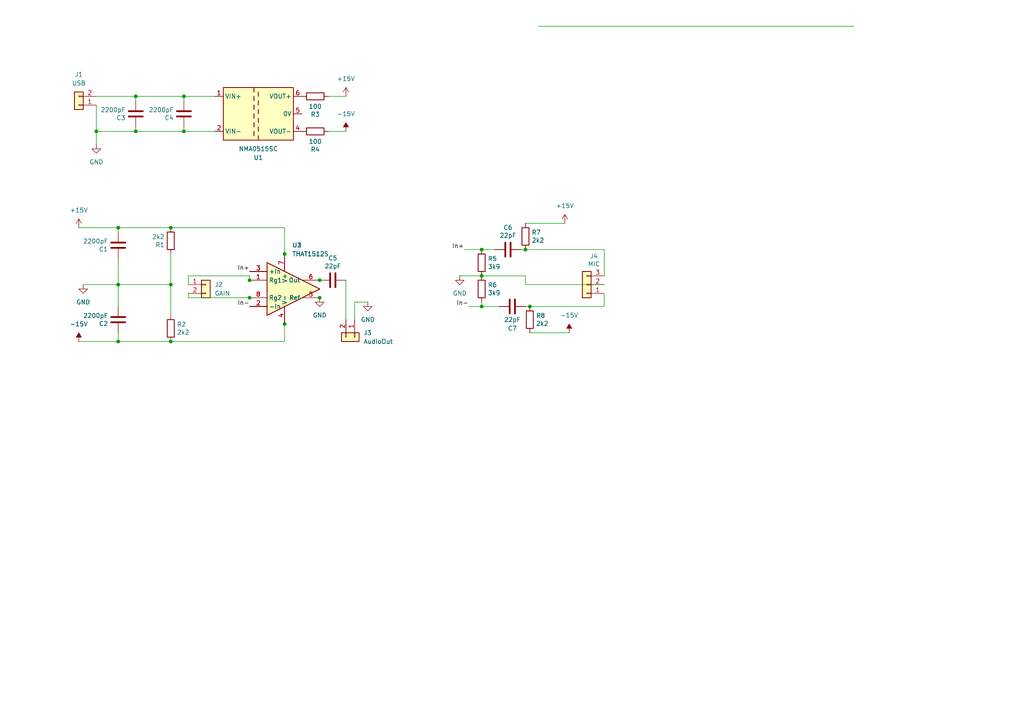
<source format=kicad_sch>
(kicad_sch
	(version 20231120)
	(generator "eeschema")
	(generator_version "8.0")
	(uuid "53d5b1ed-dfaf-408c-a23f-d83fcbaf260b")
	(paper "A4")
	(title_block
		(title "DiyPerks - Mic Amp")
		(rev "1")
	)
	(lib_symbols
		(symbol "Amplifier_Audio:THAT151xx08"
			(exclude_from_sim no)
			(in_bom yes)
			(on_board yes)
			(property "Reference" "U"
				(at 0 0 0)
				(effects
					(font
						(size 1.27 1.27)
					)
				)
			)
			(property "Value" "THAT151xx08"
				(at 0 0 0)
				(effects
					(font
						(size 1.27 1.27)
					)
				)
			)
			(property "Footprint" ""
				(at 0 0 0)
				(effects
					(font
						(size 1.27 1.27)
					)
					(hide yes)
				)
			)
			(property "Datasheet" "https://www.thatcorp.com/datashts/THAT_1510-1512_Datasheet.pdf"
				(at 1.27 0 0)
				(effects
					(font
						(size 1.27 1.27)
					)
					(hide yes)
				)
			)
			(property "Description" "Low-Noise, High Performance Audio Preamplifier IC"
				(at 0 0 0)
				(effects
					(font
						(size 1.27 1.27)
					)
					(hide yes)
				)
			)
			(property "ki_keywords" "Audio Preamplifier"
				(at 0 0 0)
				(effects
					(font
						(size 1.27 1.27)
					)
					(hide yes)
				)
			)
			(property "ki_fp_filters" "DIP*W7.62mm* SOIC*3.9x4.9mm*P1.27mm*"
				(at 0 0 0)
				(effects
					(font
						(size 1.27 1.27)
					)
					(hide yes)
				)
			)
			(symbol "THAT151xx08_0_1"
				(polyline
					(pts
						(xy -5.08 7.62) (xy -5.08 -7.62) (xy 10.16 0) (xy -5.08 7.62)
					)
					(stroke
						(width 0.254)
						(type default)
					)
					(fill
						(type background)
					)
				)
			)
			(symbol "THAT151xx08_1_1"
				(pin passive line
					(at -10.16 2.54 0)
					(length 5.08)
					(name "Rg1"
						(effects
							(font
								(size 1.27 1.27)
							)
						)
					)
					(number "1"
						(effects
							(font
								(size 1.27 1.27)
							)
						)
					)
				)
				(pin input line
					(at -10.16 -5.08 0)
					(length 5.08)
					(name "-In"
						(effects
							(font
								(size 1.27 1.27)
							)
						)
					)
					(number "2"
						(effects
							(font
								(size 1.27 1.27)
							)
						)
					)
				)
				(pin input line
					(at -10.16 5.08 0)
					(length 5.08)
					(name "+In"
						(effects
							(font
								(size 1.27 1.27)
							)
						)
					)
					(number "3"
						(effects
							(font
								(size 1.27 1.27)
							)
						)
					)
				)
				(pin power_in line
					(at 0 -10.16 90)
					(length 5.08)
					(name "V-"
						(effects
							(font
								(size 1.27 1.27)
							)
						)
					)
					(number "4"
						(effects
							(font
								(size 1.27 1.27)
							)
						)
					)
				)
				(pin output line
					(at 10.16 -2.54 180)
					(length 5.08)
					(name "Ref"
						(effects
							(font
								(size 1.27 1.27)
							)
						)
					)
					(number "5"
						(effects
							(font
								(size 1.27 1.27)
							)
						)
					)
				)
				(pin output line
					(at 10.16 2.54 180)
					(length 5.08)
					(name "Out"
						(effects
							(font
								(size 1.27 1.27)
							)
						)
					)
					(number "6"
						(effects
							(font
								(size 1.27 1.27)
							)
						)
					)
				)
				(pin power_in line
					(at 0 10.16 270)
					(length 5.08)
					(name "V+"
						(effects
							(font
								(size 1.27 1.27)
							)
						)
					)
					(number "7"
						(effects
							(font
								(size 1.27 1.27)
							)
						)
					)
				)
				(pin passive line
					(at -10.16 -2.54 0)
					(length 5.08)
					(name "Rg2"
						(effects
							(font
								(size 1.27 1.27)
							)
						)
					)
					(number "8"
						(effects
							(font
								(size 1.27 1.27)
							)
						)
					)
				)
			)
		)
		(symbol "Connector_Generic:Conn_01x02"
			(pin_names
				(offset 1.016) hide)
			(exclude_from_sim no)
			(in_bom yes)
			(on_board yes)
			(property "Reference" "J"
				(at 0 2.54 0)
				(effects
					(font
						(size 1.27 1.27)
					)
				)
			)
			(property "Value" "Conn_01x02"
				(at 0 -5.08 0)
				(effects
					(font
						(size 1.27 1.27)
					)
				)
			)
			(property "Footprint" ""
				(at 0 0 0)
				(effects
					(font
						(size 1.27 1.27)
					)
					(hide yes)
				)
			)
			(property "Datasheet" "~"
				(at 0 0 0)
				(effects
					(font
						(size 1.27 1.27)
					)
					(hide yes)
				)
			)
			(property "Description" "Generic connector, single row, 01x02, script generated (kicad-library-utils/schlib/autogen/connector/)"
				(at 0 0 0)
				(effects
					(font
						(size 1.27 1.27)
					)
					(hide yes)
				)
			)
			(property "ki_keywords" "connector"
				(at 0 0 0)
				(effects
					(font
						(size 1.27 1.27)
					)
					(hide yes)
				)
			)
			(property "ki_fp_filters" "Connector*:*_1x??_*"
				(at 0 0 0)
				(effects
					(font
						(size 1.27 1.27)
					)
					(hide yes)
				)
			)
			(symbol "Conn_01x02_1_1"
				(rectangle
					(start -1.27 -2.413)
					(end 0 -2.667)
					(stroke
						(width 0.1524)
						(type default)
					)
					(fill
						(type none)
					)
				)
				(rectangle
					(start -1.27 0.127)
					(end 0 -0.127)
					(stroke
						(width 0.1524)
						(type default)
					)
					(fill
						(type none)
					)
				)
				(rectangle
					(start -1.27 1.27)
					(end 1.27 -3.81)
					(stroke
						(width 0.254)
						(type default)
					)
					(fill
						(type background)
					)
				)
				(pin passive line
					(at -5.08 0 0)
					(length 3.81)
					(name "Pin_1"
						(effects
							(font
								(size 1.27 1.27)
							)
						)
					)
					(number "1"
						(effects
							(font
								(size 1.27 1.27)
							)
						)
					)
				)
				(pin passive line
					(at -5.08 -2.54 0)
					(length 3.81)
					(name "Pin_2"
						(effects
							(font
								(size 1.27 1.27)
							)
						)
					)
					(number "2"
						(effects
							(font
								(size 1.27 1.27)
							)
						)
					)
				)
			)
		)
		(symbol "Connector_Generic:Conn_01x03"
			(pin_names
				(offset 1.016) hide)
			(exclude_from_sim no)
			(in_bom yes)
			(on_board yes)
			(property "Reference" "J"
				(at 0 5.08 0)
				(effects
					(font
						(size 1.27 1.27)
					)
				)
			)
			(property "Value" "Conn_01x03"
				(at 0 -5.08 0)
				(effects
					(font
						(size 1.27 1.27)
					)
				)
			)
			(property "Footprint" ""
				(at 0 0 0)
				(effects
					(font
						(size 1.27 1.27)
					)
					(hide yes)
				)
			)
			(property "Datasheet" "~"
				(at 0 0 0)
				(effects
					(font
						(size 1.27 1.27)
					)
					(hide yes)
				)
			)
			(property "Description" "Generic connector, single row, 01x03, script generated (kicad-library-utils/schlib/autogen/connector/)"
				(at 0 0 0)
				(effects
					(font
						(size 1.27 1.27)
					)
					(hide yes)
				)
			)
			(property "ki_keywords" "connector"
				(at 0 0 0)
				(effects
					(font
						(size 1.27 1.27)
					)
					(hide yes)
				)
			)
			(property "ki_fp_filters" "Connector*:*_1x??_*"
				(at 0 0 0)
				(effects
					(font
						(size 1.27 1.27)
					)
					(hide yes)
				)
			)
			(symbol "Conn_01x03_1_1"
				(rectangle
					(start -1.27 -2.413)
					(end 0 -2.667)
					(stroke
						(width 0.1524)
						(type default)
					)
					(fill
						(type none)
					)
				)
				(rectangle
					(start -1.27 0.127)
					(end 0 -0.127)
					(stroke
						(width 0.1524)
						(type default)
					)
					(fill
						(type none)
					)
				)
				(rectangle
					(start -1.27 2.667)
					(end 0 2.413)
					(stroke
						(width 0.1524)
						(type default)
					)
					(fill
						(type none)
					)
				)
				(rectangle
					(start -1.27 3.81)
					(end 1.27 -3.81)
					(stroke
						(width 0.254)
						(type default)
					)
					(fill
						(type background)
					)
				)
				(pin passive line
					(at -5.08 2.54 0)
					(length 3.81)
					(name "Pin_1"
						(effects
							(font
								(size 1.27 1.27)
							)
						)
					)
					(number "1"
						(effects
							(font
								(size 1.27 1.27)
							)
						)
					)
				)
				(pin passive line
					(at -5.08 0 0)
					(length 3.81)
					(name "Pin_2"
						(effects
							(font
								(size 1.27 1.27)
							)
						)
					)
					(number "2"
						(effects
							(font
								(size 1.27 1.27)
							)
						)
					)
				)
				(pin passive line
					(at -5.08 -2.54 0)
					(length 3.81)
					(name "Pin_3"
						(effects
							(font
								(size 1.27 1.27)
							)
						)
					)
					(number "3"
						(effects
							(font
								(size 1.27 1.27)
							)
						)
					)
				)
			)
		)
		(symbol "Device:C"
			(pin_numbers hide)
			(pin_names
				(offset 0.254)
			)
			(exclude_from_sim no)
			(in_bom yes)
			(on_board yes)
			(property "Reference" "C"
				(at 0.635 2.54 0)
				(effects
					(font
						(size 1.27 1.27)
					)
					(justify left)
				)
			)
			(property "Value" "C"
				(at 0.635 -2.54 0)
				(effects
					(font
						(size 1.27 1.27)
					)
					(justify left)
				)
			)
			(property "Footprint" ""
				(at 0.9652 -3.81 0)
				(effects
					(font
						(size 1.27 1.27)
					)
					(hide yes)
				)
			)
			(property "Datasheet" "~"
				(at 0 0 0)
				(effects
					(font
						(size 1.27 1.27)
					)
					(hide yes)
				)
			)
			(property "Description" "Unpolarized capacitor"
				(at 0 0 0)
				(effects
					(font
						(size 1.27 1.27)
					)
					(hide yes)
				)
			)
			(property "ki_keywords" "cap capacitor"
				(at 0 0 0)
				(effects
					(font
						(size 1.27 1.27)
					)
					(hide yes)
				)
			)
			(property "ki_fp_filters" "C_*"
				(at 0 0 0)
				(effects
					(font
						(size 1.27 1.27)
					)
					(hide yes)
				)
			)
			(symbol "C_0_1"
				(polyline
					(pts
						(xy -2.032 -0.762) (xy 2.032 -0.762)
					)
					(stroke
						(width 0.508)
						(type default)
					)
					(fill
						(type none)
					)
				)
				(polyline
					(pts
						(xy -2.032 0.762) (xy 2.032 0.762)
					)
					(stroke
						(width 0.508)
						(type default)
					)
					(fill
						(type none)
					)
				)
			)
			(symbol "C_1_1"
				(pin passive line
					(at 0 3.81 270)
					(length 2.794)
					(name "~"
						(effects
							(font
								(size 1.27 1.27)
							)
						)
					)
					(number "1"
						(effects
							(font
								(size 1.27 1.27)
							)
						)
					)
				)
				(pin passive line
					(at 0 -3.81 90)
					(length 2.794)
					(name "~"
						(effects
							(font
								(size 1.27 1.27)
							)
						)
					)
					(number "2"
						(effects
							(font
								(size 1.27 1.27)
							)
						)
					)
				)
			)
		)
		(symbol "Device:R"
			(pin_numbers hide)
			(pin_names
				(offset 0)
			)
			(exclude_from_sim no)
			(in_bom yes)
			(on_board yes)
			(property "Reference" "R"
				(at 2.032 0 90)
				(effects
					(font
						(size 1.27 1.27)
					)
				)
			)
			(property "Value" "R"
				(at 0 0 90)
				(effects
					(font
						(size 1.27 1.27)
					)
				)
			)
			(property "Footprint" ""
				(at -1.778 0 90)
				(effects
					(font
						(size 1.27 1.27)
					)
					(hide yes)
				)
			)
			(property "Datasheet" "~"
				(at 0 0 0)
				(effects
					(font
						(size 1.27 1.27)
					)
					(hide yes)
				)
			)
			(property "Description" "Resistor"
				(at 0 0 0)
				(effects
					(font
						(size 1.27 1.27)
					)
					(hide yes)
				)
			)
			(property "ki_keywords" "R res resistor"
				(at 0 0 0)
				(effects
					(font
						(size 1.27 1.27)
					)
					(hide yes)
				)
			)
			(property "ki_fp_filters" "R_*"
				(at 0 0 0)
				(effects
					(font
						(size 1.27 1.27)
					)
					(hide yes)
				)
			)
			(symbol "R_0_1"
				(rectangle
					(start -1.016 -2.54)
					(end 1.016 2.54)
					(stroke
						(width 0.254)
						(type default)
					)
					(fill
						(type none)
					)
				)
			)
			(symbol "R_1_1"
				(pin passive line
					(at 0 3.81 270)
					(length 1.27)
					(name "~"
						(effects
							(font
								(size 1.27 1.27)
							)
						)
					)
					(number "1"
						(effects
							(font
								(size 1.27 1.27)
							)
						)
					)
				)
				(pin passive line
					(at 0 -3.81 90)
					(length 1.27)
					(name "~"
						(effects
							(font
								(size 1.27 1.27)
							)
						)
					)
					(number "2"
						(effects
							(font
								(size 1.27 1.27)
							)
						)
					)
				)
			)
		)
		(symbol "Regulator_Switching:NMA0515SC"
			(exclude_from_sim no)
			(in_bom yes)
			(on_board yes)
			(property "Reference" "U"
				(at -10.16 8.89 0)
				(effects
					(font
						(size 1.27 1.27)
					)
					(justify left)
				)
			)
			(property "Value" "NMA0515SC"
				(at 0 8.89 0)
				(effects
					(font
						(size 1.27 1.27)
					)
					(justify left)
				)
			)
			(property "Footprint" "Converter_DCDC:Converter_DCDC_Murata_NMAxxxxSC_THT"
				(at 0 -8.89 0)
				(effects
					(font
						(size 1.27 1.27)
						(italic yes)
					)
					(hide yes)
				)
			)
			(property "Datasheet" "http://power.murata.com/data/power/ncl/kdc_nma.pdf"
				(at 0 0 0)
				(effects
					(font
						(size 1.27 1.27)
					)
					(hide yes)
				)
			)
			(property "Description" "+/-33mA Isolated 1W Dual output DC/DC Converter Module, 5V Input Voltage, +/-15V Output Voltage, SIP3"
				(at 0 0 0)
				(effects
					(font
						(size 1.27 1.27)
					)
					(hide yes)
				)
			)
			(property "ki_keywords" "Murata isolated isolation dc-dc converter"
				(at 0 0 0)
				(effects
					(font
						(size 1.27 1.27)
					)
					(hide yes)
				)
			)
			(property "ki_fp_filters" "Converter*DCDC*Murata*NMAxxxxSC*"
				(at 0 0 0)
				(effects
					(font
						(size 1.27 1.27)
					)
					(hide yes)
				)
			)
			(symbol "NMA0515SC_0_1"
				(rectangle
					(start -10.16 7.62)
					(end 10.16 -7.62)
					(stroke
						(width 0.254)
						(type default)
					)
					(fill
						(type background)
					)
				)
				(polyline
					(pts
						(xy -1.27 -5.08) (xy -1.27 -6.35)
					)
					(stroke
						(width 0.254)
						(type default)
					)
					(fill
						(type none)
					)
				)
				(polyline
					(pts
						(xy -1.27 -2.54) (xy -1.27 -3.81)
					)
					(stroke
						(width 0.254)
						(type default)
					)
					(fill
						(type none)
					)
				)
				(polyline
					(pts
						(xy -1.27 0) (xy -1.27 -1.27)
					)
					(stroke
						(width 0.254)
						(type default)
					)
					(fill
						(type none)
					)
				)
				(polyline
					(pts
						(xy -1.27 2.54) (xy -1.27 1.27)
					)
					(stroke
						(width 0.254)
						(type default)
					)
					(fill
						(type none)
					)
				)
				(polyline
					(pts
						(xy -1.27 5.08) (xy -1.27 3.81)
					)
					(stroke
						(width 0.254)
						(type default)
					)
					(fill
						(type none)
					)
				)
				(polyline
					(pts
						(xy -1.27 7.62) (xy -1.27 6.35)
					)
					(stroke
						(width 0.254)
						(type default)
					)
					(fill
						(type none)
					)
				)
				(polyline
					(pts
						(xy 0 -7.62) (xy 0 -6.35)
					)
					(stroke
						(width 0.254)
						(type default)
					)
					(fill
						(type none)
					)
				)
				(polyline
					(pts
						(xy 0 -5.08) (xy 0 -3.81)
					)
					(stroke
						(width 0.254)
						(type default)
					)
					(fill
						(type none)
					)
				)
				(polyline
					(pts
						(xy 0 -1.27) (xy 0 -2.54)
					)
					(stroke
						(width 0.254)
						(type default)
					)
					(fill
						(type none)
					)
				)
				(polyline
					(pts
						(xy 0 0) (xy 0 1.27)
					)
					(stroke
						(width 0.254)
						(type default)
					)
					(fill
						(type none)
					)
				)
				(polyline
					(pts
						(xy 0 2.54) (xy 0 3.81)
					)
					(stroke
						(width 0.254)
						(type default)
					)
					(fill
						(type none)
					)
				)
				(polyline
					(pts
						(xy 0 5.08) (xy 0 6.35)
					)
					(stroke
						(width 0.254)
						(type default)
					)
					(fill
						(type none)
					)
				)
			)
			(symbol "NMA0515SC_1_1"
				(pin power_in line
					(at -12.7 5.08 0)
					(length 2.54)
					(name "VIN+"
						(effects
							(font
								(size 1.27 1.27)
							)
						)
					)
					(number "1"
						(effects
							(font
								(size 1.27 1.27)
							)
						)
					)
				)
				(pin power_in line
					(at -12.7 -5.08 0)
					(length 2.54)
					(name "VIN-"
						(effects
							(font
								(size 1.27 1.27)
							)
						)
					)
					(number "2"
						(effects
							(font
								(size 1.27 1.27)
							)
						)
					)
				)
				(pin power_out line
					(at 12.7 -5.08 180)
					(length 2.54)
					(name "VOUT-"
						(effects
							(font
								(size 1.27 1.27)
							)
						)
					)
					(number "4"
						(effects
							(font
								(size 1.27 1.27)
							)
						)
					)
				)
				(pin power_out line
					(at 12.7 0 180)
					(length 2.54)
					(name "0V"
						(effects
							(font
								(size 1.27 1.27)
							)
						)
					)
					(number "5"
						(effects
							(font
								(size 1.27 1.27)
							)
						)
					)
				)
				(pin power_out line
					(at 12.7 5.08 180)
					(length 2.54)
					(name "VOUT+"
						(effects
							(font
								(size 1.27 1.27)
							)
						)
					)
					(number "6"
						(effects
							(font
								(size 1.27 1.27)
							)
						)
					)
				)
			)
		)
		(symbol "power:+15V"
			(power)
			(pin_numbers hide)
			(pin_names
				(offset 0) hide)
			(exclude_from_sim no)
			(in_bom yes)
			(on_board yes)
			(property "Reference" "#PWR"
				(at 0 -3.81 0)
				(effects
					(font
						(size 1.27 1.27)
					)
					(hide yes)
				)
			)
			(property "Value" "+15V"
				(at 0 3.556 0)
				(effects
					(font
						(size 1.27 1.27)
					)
				)
			)
			(property "Footprint" ""
				(at 0 0 0)
				(effects
					(font
						(size 1.27 1.27)
					)
					(hide yes)
				)
			)
			(property "Datasheet" ""
				(at 0 0 0)
				(effects
					(font
						(size 1.27 1.27)
					)
					(hide yes)
				)
			)
			(property "Description" "Power symbol creates a global label with name \"+15V\""
				(at 0 0 0)
				(effects
					(font
						(size 1.27 1.27)
					)
					(hide yes)
				)
			)
			(property "ki_keywords" "global power"
				(at 0 0 0)
				(effects
					(font
						(size 1.27 1.27)
					)
					(hide yes)
				)
			)
			(symbol "+15V_0_1"
				(polyline
					(pts
						(xy -0.762 1.27) (xy 0 2.54)
					)
					(stroke
						(width 0)
						(type default)
					)
					(fill
						(type none)
					)
				)
				(polyline
					(pts
						(xy 0 0) (xy 0 2.54)
					)
					(stroke
						(width 0)
						(type default)
					)
					(fill
						(type none)
					)
				)
				(polyline
					(pts
						(xy 0 2.54) (xy 0.762 1.27)
					)
					(stroke
						(width 0)
						(type default)
					)
					(fill
						(type none)
					)
				)
			)
			(symbol "+15V_1_1"
				(pin power_in line
					(at 0 0 90)
					(length 0)
					(name "~"
						(effects
							(font
								(size 1.27 1.27)
							)
						)
					)
					(number "1"
						(effects
							(font
								(size 1.27 1.27)
							)
						)
					)
				)
			)
		)
		(symbol "power:-15V"
			(power)
			(pin_numbers hide)
			(pin_names
				(offset 0) hide)
			(exclude_from_sim no)
			(in_bom yes)
			(on_board yes)
			(property "Reference" "#PWR"
				(at 0 -3.81 0)
				(effects
					(font
						(size 1.27 1.27)
					)
					(hide yes)
				)
			)
			(property "Value" "-15V"
				(at 0 3.556 0)
				(effects
					(font
						(size 1.27 1.27)
					)
				)
			)
			(property "Footprint" ""
				(at 0 0 0)
				(effects
					(font
						(size 1.27 1.27)
					)
					(hide yes)
				)
			)
			(property "Datasheet" ""
				(at 0 0 0)
				(effects
					(font
						(size 1.27 1.27)
					)
					(hide yes)
				)
			)
			(property "Description" "Power symbol creates a global label with name \"-15V\""
				(at 0 0 0)
				(effects
					(font
						(size 1.27 1.27)
					)
					(hide yes)
				)
			)
			(property "ki_keywords" "global power"
				(at 0 0 0)
				(effects
					(font
						(size 1.27 1.27)
					)
					(hide yes)
				)
			)
			(symbol "-15V_0_0"
				(pin power_in line
					(at 0 0 90)
					(length 0)
					(name "~"
						(effects
							(font
								(size 1.27 1.27)
							)
						)
					)
					(number "1"
						(effects
							(font
								(size 1.27 1.27)
							)
						)
					)
				)
			)
			(symbol "-15V_0_1"
				(polyline
					(pts
						(xy 0 0) (xy 0 1.27) (xy 0.762 1.27) (xy 0 2.54) (xy -0.762 1.27) (xy 0 1.27)
					)
					(stroke
						(width 0)
						(type default)
					)
					(fill
						(type outline)
					)
				)
			)
		)
		(symbol "power:GND"
			(power)
			(pin_numbers hide)
			(pin_names
				(offset 0) hide)
			(exclude_from_sim no)
			(in_bom yes)
			(on_board yes)
			(property "Reference" "#PWR"
				(at 0 -6.35 0)
				(effects
					(font
						(size 1.27 1.27)
					)
					(hide yes)
				)
			)
			(property "Value" "GND"
				(at 0 -3.81 0)
				(effects
					(font
						(size 1.27 1.27)
					)
				)
			)
			(property "Footprint" ""
				(at 0 0 0)
				(effects
					(font
						(size 1.27 1.27)
					)
					(hide yes)
				)
			)
			(property "Datasheet" ""
				(at 0 0 0)
				(effects
					(font
						(size 1.27 1.27)
					)
					(hide yes)
				)
			)
			(property "Description" "Power symbol creates a global label with name \"GND\" , ground"
				(at 0 0 0)
				(effects
					(font
						(size 1.27 1.27)
					)
					(hide yes)
				)
			)
			(property "ki_keywords" "global power"
				(at 0 0 0)
				(effects
					(font
						(size 1.27 1.27)
					)
					(hide yes)
				)
			)
			(symbol "GND_0_1"
				(polyline
					(pts
						(xy 0 0) (xy 0 -1.27) (xy 1.27 -1.27) (xy 0 -2.54) (xy -1.27 -1.27) (xy 0 -1.27)
					)
					(stroke
						(width 0)
						(type default)
					)
					(fill
						(type none)
					)
				)
			)
			(symbol "GND_1_1"
				(pin power_in line
					(at 0 0 270)
					(length 0)
					(name "~"
						(effects
							(font
								(size 1.27 1.27)
							)
						)
					)
					(number "1"
						(effects
							(font
								(size 1.27 1.27)
							)
						)
					)
				)
			)
		)
	)
	(junction
		(at 39.37 27.94)
		(diameter 0)
		(color 0 0 0 0)
		(uuid "16541411-d2bc-46db-b19c-3e8fbb4aa4d5")
	)
	(junction
		(at 53.34 38.1)
		(diameter 0)
		(color 0 0 0 0)
		(uuid "1702b4de-eb06-42f7-8a35-2e6cbf23abf4")
	)
	(junction
		(at 34.29 82.55)
		(diameter 0)
		(color 0 0 0 0)
		(uuid "27fd2ac5-40de-423e-8d22-4754d7a402d1")
	)
	(junction
		(at 72.39 86.36)
		(diameter 0)
		(color 0 0 0 0)
		(uuid "42aaf093-a136-4248-bd69-346da1fa9029")
	)
	(junction
		(at 39.37 38.1)
		(diameter 0)
		(color 0 0 0 0)
		(uuid "5e0a8142-1ddb-402e-913e-b58dc02b573f")
	)
	(junction
		(at 82.55 93.98)
		(diameter 0)
		(color 0 0 0 0)
		(uuid "6578a0ba-c0c4-43d8-b4a0-765c79326456")
	)
	(junction
		(at 152.4 72.39)
		(diameter 0)
		(color 0 0 0 0)
		(uuid "6eec5047-4f89-4ac0-87d0-41e96679f048")
	)
	(junction
		(at 92.71 86.36)
		(diameter 0)
		(color 0 0 0 0)
		(uuid "79ae8a67-d62f-4fc3-b417-d7ee34e84a49")
	)
	(junction
		(at 27.94 38.1)
		(diameter 0)
		(color 0 0 0 0)
		(uuid "7d455e32-6a51-4c3a-96ea-8f9c9027cc14")
	)
	(junction
		(at 139.7 88.9)
		(diameter 0)
		(color 0 0 0 0)
		(uuid "8156a021-6009-4d97-8695-3cfc3699561b")
	)
	(junction
		(at 72.39 81.28)
		(diameter 0)
		(color 0 0 0 0)
		(uuid "82badce3-1ddd-4c9e-ba83-eefea3536f7f")
	)
	(junction
		(at 153.67 88.9)
		(diameter 0)
		(color 0 0 0 0)
		(uuid "8be300fe-0dc9-45e9-9982-a9d29e3c6a13")
	)
	(junction
		(at 82.55 73.66)
		(diameter 0)
		(color 0 0 0 0)
		(uuid "925fa81a-02b9-4d08-8664-667797eb770d")
	)
	(junction
		(at 53.34 27.94)
		(diameter 0)
		(color 0 0 0 0)
		(uuid "99d9149f-a79d-4572-8ee4-b18d5d68354f")
	)
	(junction
		(at 139.7 80.01)
		(diameter 0)
		(color 0 0 0 0)
		(uuid "a1d5acec-01ac-4355-9993-a070cd50bbee")
	)
	(junction
		(at 139.7 72.39)
		(diameter 0)
		(color 0 0 0 0)
		(uuid "a7f11ba4-fa00-4838-8a7c-9177e4c94ec2")
	)
	(junction
		(at 49.53 82.55)
		(diameter 0)
		(color 0 0 0 0)
		(uuid "b03dbcc5-53e0-45dd-9357-47c8574e8753")
	)
	(junction
		(at 34.29 99.06)
		(diameter 0)
		(color 0 0 0 0)
		(uuid "b3bb5a0b-e4da-4ba9-b737-72636e0b542d")
	)
	(junction
		(at 92.71 81.28)
		(diameter 0)
		(color 0 0 0 0)
		(uuid "b890f063-b181-4b72-a1dc-a6a69bf54eef")
	)
	(junction
		(at 49.53 66.04)
		(diameter 0)
		(color 0 0 0 0)
		(uuid "bdb4fd61-4dce-405f-b9dd-4ab29a2a81a7")
	)
	(junction
		(at 49.53 99.06)
		(diameter 0)
		(color 0 0 0 0)
		(uuid "d53723c7-c821-47d2-9e69-0858df57bed8")
	)
	(junction
		(at 34.29 66.04)
		(diameter 0)
		(color 0 0 0 0)
		(uuid "ece2b0c5-3a1a-4fa3-a3bc-2808f3f308d4")
	)
	(wire
		(pts
			(xy 82.55 99.06) (xy 49.53 99.06)
		)
		(stroke
			(width 0)
			(type default)
		)
		(uuid "02d1971c-3d68-4a78-b528-a546c4d2fca8")
	)
	(wire
		(pts
			(xy 27.94 41.91) (xy 27.94 38.1)
		)
		(stroke
			(width 0)
			(type default)
		)
		(uuid "06de2488-7e67-4bfa-9501-4587c2a1cbcd")
	)
	(wire
		(pts
			(xy 53.34 29.21) (xy 53.34 27.94)
		)
		(stroke
			(width 0)
			(type default)
		)
		(uuid "0b6f6fef-c043-4255-9c7a-0bc5d6d5030c")
	)
	(wire
		(pts
			(xy 175.26 82.55) (xy 152.4 82.55)
		)
		(stroke
			(width 0)
			(type default)
		)
		(uuid "0d618e86-0fa4-493d-8e1f-9a4210d6741a")
	)
	(wire
		(pts
			(xy 175.26 72.39) (xy 152.4 72.39)
		)
		(stroke
			(width 0)
			(type default)
		)
		(uuid "1393c972-a15b-462e-96f0-f7d4aa5763ec")
	)
	(wire
		(pts
			(xy 54.61 82.55) (xy 54.61 80.01)
		)
		(stroke
			(width 0)
			(type default)
		)
		(uuid "16d86726-090d-49d9-afc8-d9821a0faa1d")
	)
	(wire
		(pts
			(xy 53.34 38.1) (xy 62.23 38.1)
		)
		(stroke
			(width 0)
			(type default)
		)
		(uuid "171c3855-945b-4944-b897-fb52cb9e7fed")
	)
	(wire
		(pts
			(xy 34.29 82.55) (xy 34.29 88.9)
		)
		(stroke
			(width 0)
			(type default)
		)
		(uuid "29dea3a3-6553-4b97-83d8-a1676af717d1")
	)
	(wire
		(pts
			(xy 95.25 38.1) (xy 100.33 38.1)
		)
		(stroke
			(width 0)
			(type default)
		)
		(uuid "2fccb14d-0c5a-4488-b2fb-f98b5573387d")
	)
	(wire
		(pts
			(xy 34.29 96.52) (xy 34.29 99.06)
		)
		(stroke
			(width 0)
			(type default)
		)
		(uuid "30e005c5-780b-4549-8ac9-8e35f198322d")
	)
	(wire
		(pts
			(xy 152.4 82.55) (xy 152.4 80.01)
		)
		(stroke
			(width 0)
			(type default)
		)
		(uuid "310d1bb8-1af8-4739-9726-58d9c6f99883")
	)
	(wire
		(pts
			(xy 27.94 30.48) (xy 27.94 38.1)
		)
		(stroke
			(width 0)
			(type default)
		)
		(uuid "32a07fa1-a6f7-4644-be4e-b4af9be35ad6")
	)
	(wire
		(pts
			(xy 82.55 73.66) (xy 82.55 66.04)
		)
		(stroke
			(width 0)
			(type default)
		)
		(uuid "379c5631-c42d-4aae-b499-33e6ea146914")
	)
	(wire
		(pts
			(xy 100.33 92.71) (xy 100.33 81.28)
		)
		(stroke
			(width 0)
			(type default)
		)
		(uuid "4016033a-2f8b-469b-80bf-a63508290739")
	)
	(wire
		(pts
			(xy 34.29 99.06) (xy 49.53 99.06)
		)
		(stroke
			(width 0)
			(type default)
		)
		(uuid "468f6279-5b9e-42be-88f6-1aa789b5c298")
	)
	(wire
		(pts
			(xy 152.4 64.77) (xy 163.83 64.77)
		)
		(stroke
			(width 0)
			(type default)
		)
		(uuid "4bdd77ef-e975-484b-ba91-f283b086fef2")
	)
	(wire
		(pts
			(xy 53.34 36.83) (xy 53.34 38.1)
		)
		(stroke
			(width 0)
			(type default)
		)
		(uuid "50c9b029-e796-423e-83da-c5acef54ef5b")
	)
	(wire
		(pts
			(xy 175.26 80.01) (xy 175.26 72.39)
		)
		(stroke
			(width 0)
			(type default)
		)
		(uuid "51391edd-1d2e-4e28-b710-6fcda0741cc8")
	)
	(wire
		(pts
			(xy 49.53 91.44) (xy 49.53 82.55)
		)
		(stroke
			(width 0)
			(type default)
		)
		(uuid "5423bb76-6cde-4aa4-8253-26674f84e56c")
	)
	(wire
		(pts
			(xy 156.21 7.62) (xy 247.65 7.62)
		)
		(stroke
			(width 0)
			(type default)
		)
		(uuid "5aaec51c-bbe9-4eb1-80c7-f682991d8969")
	)
	(wire
		(pts
			(xy 62.23 27.94) (xy 53.34 27.94)
		)
		(stroke
			(width 0)
			(type default)
		)
		(uuid "61b28779-3ae3-4533-a99f-240e1ef5414a")
	)
	(wire
		(pts
			(xy 133.35 80.01) (xy 139.7 80.01)
		)
		(stroke
			(width 0)
			(type default)
		)
		(uuid "65c80915-517a-4014-abd9-b598d8794586")
	)
	(wire
		(pts
			(xy 153.67 88.9) (xy 175.26 88.9)
		)
		(stroke
			(width 0)
			(type default)
		)
		(uuid "6ae63409-7856-49a8-b3f0-28134a5c9b5f")
	)
	(wire
		(pts
			(xy 82.55 66.04) (xy 49.53 66.04)
		)
		(stroke
			(width 0)
			(type default)
		)
		(uuid "6e25803a-6ce4-4dd2-bd11-ea422936fe89")
	)
	(wire
		(pts
			(xy 24.13 82.55) (xy 34.29 82.55)
		)
		(stroke
			(width 0)
			(type default)
		)
		(uuid "70147dba-b12d-4ebc-b32e-d7b8a5aa4889")
	)
	(wire
		(pts
			(xy 27.94 38.1) (xy 39.37 38.1)
		)
		(stroke
			(width 0)
			(type default)
		)
		(uuid "732e0412-8cd5-48af-8cba-ae66d89ebcd9")
	)
	(wire
		(pts
			(xy 82.55 93.98) (xy 82.55 99.06)
		)
		(stroke
			(width 0)
			(type default)
		)
		(uuid "73f98bfd-23d2-4429-80a0-0c7265d1c292")
	)
	(wire
		(pts
			(xy 139.7 87.63) (xy 139.7 88.9)
		)
		(stroke
			(width 0)
			(type default)
		)
		(uuid "7813ab90-d35a-4da9-abe7-648604171103")
	)
	(wire
		(pts
			(xy 22.86 99.06) (xy 34.29 99.06)
		)
		(stroke
			(width 0)
			(type default)
		)
		(uuid "78bb1ed5-27a8-456a-aa6b-32575ed12e95")
	)
	(wire
		(pts
			(xy 34.29 66.04) (xy 49.53 66.04)
		)
		(stroke
			(width 0)
			(type default)
		)
		(uuid "79b81727-4f6e-4f35-a38a-f32956eded70")
	)
	(wire
		(pts
			(xy 102.87 92.71) (xy 102.87 87.63)
		)
		(stroke
			(width 0)
			(type default)
		)
		(uuid "859cddfc-c9ee-4201-a362-c159c41faa52")
	)
	(wire
		(pts
			(xy 49.53 73.66) (xy 49.53 82.55)
		)
		(stroke
			(width 0)
			(type default)
		)
		(uuid "9593b38c-6c71-4114-8381-3805564fe964")
	)
	(wire
		(pts
			(xy 39.37 36.83) (xy 39.37 38.1)
		)
		(stroke
			(width 0)
			(type default)
		)
		(uuid "967b8452-b337-4728-9530-53f186f5b2c5")
	)
	(wire
		(pts
			(xy 22.86 66.04) (xy 34.29 66.04)
		)
		(stroke
			(width 0)
			(type default)
		)
		(uuid "96b678a8-e8b3-47b6-aceb-84232169572d")
	)
	(wire
		(pts
			(xy 152.4 80.01) (xy 139.7 80.01)
		)
		(stroke
			(width 0)
			(type default)
		)
		(uuid "9ae53c84-021e-40f1-a76d-1e87b189e14f")
	)
	(wire
		(pts
			(xy 72.39 86.36) (xy 54.61 86.36)
		)
		(stroke
			(width 0)
			(type default)
		)
		(uuid "a14f4e00-c568-4d3c-a215-832a75d688ed")
	)
	(wire
		(pts
			(xy 54.61 80.01) (xy 72.39 80.01)
		)
		(stroke
			(width 0)
			(type default)
		)
		(uuid "a6651600-7ca6-431d-94a0-4920c730270d")
	)
	(wire
		(pts
			(xy 34.29 74.93) (xy 34.29 82.55)
		)
		(stroke
			(width 0)
			(type default)
		)
		(uuid "a6987873-4161-474b-9625-e5527f7ce6f5")
	)
	(wire
		(pts
			(xy 152.4 88.9) (xy 153.67 88.9)
		)
		(stroke
			(width 0)
			(type default)
		)
		(uuid "af0e0d0e-fb1a-4a85-a00c-9b51da4e3d5d")
	)
	(wire
		(pts
			(xy 27.94 27.94) (xy 39.37 27.94)
		)
		(stroke
			(width 0)
			(type default)
		)
		(uuid "b4dbc5cc-baa1-4a5f-97ce-92b634fd9a6a")
	)
	(wire
		(pts
			(xy 53.34 27.94) (xy 39.37 27.94)
		)
		(stroke
			(width 0)
			(type default)
		)
		(uuid "b94721d1-74df-4446-8003-4701a51af42a")
	)
	(wire
		(pts
			(xy 152.4 72.39) (xy 151.13 72.39)
		)
		(stroke
			(width 0)
			(type default)
		)
		(uuid "bda28d52-8d4e-4fea-8005-ad5a4f04fa2e")
	)
	(wire
		(pts
			(xy 95.25 27.94) (xy 100.33 27.94)
		)
		(stroke
			(width 0)
			(type default)
		)
		(uuid "c6530de6-1298-4df5-8ea1-c8e2295f2bf7")
	)
	(wire
		(pts
			(xy 175.26 88.9) (xy 175.26 85.09)
		)
		(stroke
			(width 0)
			(type default)
		)
		(uuid "c75c6e26-1c86-4aa8-a31f-a548e409d8a5")
	)
	(wire
		(pts
			(xy 39.37 29.21) (xy 39.37 27.94)
		)
		(stroke
			(width 0)
			(type default)
		)
		(uuid "ce32afc6-6b9a-48e2-a902-1fd963dfe5ec")
	)
	(wire
		(pts
			(xy 54.61 86.36) (xy 54.61 85.09)
		)
		(stroke
			(width 0)
			(type default)
		)
		(uuid "d8da09fc-6808-48ae-9e0c-ae7906b464cc")
	)
	(wire
		(pts
			(xy 153.67 96.52) (xy 165.1 96.52)
		)
		(stroke
			(width 0)
			(type default)
		)
		(uuid "dd1c6285-633c-4119-9918-5ddee4e57a6d")
	)
	(wire
		(pts
			(xy 102.87 87.63) (xy 106.68 87.63)
		)
		(stroke
			(width 0)
			(type default)
		)
		(uuid "dda30384-79fa-4d5b-82a6-8cb959863c7b")
	)
	(wire
		(pts
			(xy 72.39 80.01) (xy 72.39 81.28)
		)
		(stroke
			(width 0)
			(type default)
		)
		(uuid "e19690b6-79b0-4736-943d-8a1e01d32d0a")
	)
	(wire
		(pts
			(xy 144.78 88.9) (xy 139.7 88.9)
		)
		(stroke
			(width 0)
			(type default)
		)
		(uuid "e5293644-6f0a-4c83-be84-cdf76823dfbd")
	)
	(wire
		(pts
			(xy 49.53 82.55) (xy 34.29 82.55)
		)
		(stroke
			(width 0)
			(type default)
		)
		(uuid "e7b32460-2198-4f18-800e-ea792d00361d")
	)
	(wire
		(pts
			(xy 34.29 67.31) (xy 34.29 66.04)
		)
		(stroke
			(width 0)
			(type default)
		)
		(uuid "ee05d9b8-1277-49ac-aea9-63cfe94c949a")
	)
	(wire
		(pts
			(xy 134.62 72.39) (xy 139.7 72.39)
		)
		(stroke
			(width 0)
			(type default)
		)
		(uuid "efb3d9a3-15f7-403c-bf1e-cc7528f46fd8")
	)
	(wire
		(pts
			(xy 39.37 38.1) (xy 53.34 38.1)
		)
		(stroke
			(width 0)
			(type default)
		)
		(uuid "f6cfeab3-5919-4cfc-b2da-d486b75e00d2")
	)
	(wire
		(pts
			(xy 135.89 88.9) (xy 139.7 88.9)
		)
		(stroke
			(width 0)
			(type default)
		)
		(uuid "f81828bf-39be-4948-9edb-c49141391ca7")
	)
	(wire
		(pts
			(xy 143.51 72.39) (xy 139.7 72.39)
		)
		(stroke
			(width 0)
			(type default)
		)
		(uuid "f8927e72-a01d-4f59-9ffa-1e10ebea2272")
	)
	(label "In+"
		(at 134.62 72.39 180)
		(fields_autoplaced yes)
		(effects
			(font
				(size 1.27 1.27)
			)
			(justify right bottom)
		)
		(uuid "009c5887-d276-4737-b8b9-b8eea68406fe")
	)
	(label "In+"
		(at 72.39 78.74 180)
		(fields_autoplaced yes)
		(effects
			(font
				(size 1.27 1.27)
			)
			(justify right bottom)
		)
		(uuid "4b3f4b80-439b-4abc-a7c2-d1dac613b44a")
	)
	(label "In-"
		(at 135.89 88.9 180)
		(fields_autoplaced yes)
		(effects
			(font
				(size 1.27 1.27)
			)
			(justify right bottom)
		)
		(uuid "6e66829f-50f0-4350-b759-004ca51dde70")
	)
	(label "In-"
		(at 72.39 88.9 180)
		(fields_autoplaced yes)
		(effects
			(font
				(size 1.27 1.27)
			)
			(justify right bottom)
		)
		(uuid "b1a802cd-8123-44a6-93ce-1ce3a93d9e7e")
	)
	(symbol
		(lib_id "power:GND")
		(at 24.13 82.55 0)
		(unit 1)
		(exclude_from_sim no)
		(in_bom yes)
		(on_board yes)
		(dnp no)
		(fields_autoplaced yes)
		(uuid "0661ee61-bfe6-4847-86bc-a1bccf8141ad")
		(property "Reference" "#PWR03"
			(at 24.13 88.9 0)
			(effects
				(font
					(size 1.27 1.27)
				)
				(hide yes)
			)
		)
		(property "Value" "GND"
			(at 24.13 87.63 0)
			(effects
				(font
					(size 1.27 1.27)
				)
			)
		)
		(property "Footprint" ""
			(at 24.13 82.55 0)
			(effects
				(font
					(size 1.27 1.27)
				)
				(hide yes)
			)
		)
		(property "Datasheet" ""
			(at 24.13 82.55 0)
			(effects
				(font
					(size 1.27 1.27)
				)
				(hide yes)
			)
		)
		(property "Description" "Power symbol creates a global label with name \"GND\" , ground"
			(at 24.13 82.55 0)
			(effects
				(font
					(size 1.27 1.27)
				)
				(hide yes)
			)
		)
		(pin "1"
			(uuid "a80fc005-1fcd-4fa7-b93a-86e629b9af1f")
		)
		(instances
			(project "DiyPerks_Mic_Unspoken"
				(path "/53d5b1ed-dfaf-408c-a23f-d83fcbaf260b"
					(reference "#PWR03")
					(unit 1)
				)
			)
		)
	)
	(symbol
		(lib_id "Device:C")
		(at 96.52 81.28 270)
		(unit 1)
		(exclude_from_sim no)
		(in_bom yes)
		(on_board yes)
		(dnp no)
		(uuid "06b1809c-a74a-4572-b3db-f7fd9a861685")
		(property "Reference" "C5"
			(at 96.52 74.8792 90)
			(effects
				(font
					(size 1.27 1.27)
				)
			)
		)
		(property "Value" "22pF"
			(at 96.52 77.1906 90)
			(effects
				(font
					(size 1.27 1.27)
				)
			)
		)
		(property "Footprint" "Capacitor_THT:CP_Radial_D7.5mm_P2.50mm"
			(at 92.71 82.2452 0)
			(effects
				(font
					(size 1.27 1.27)
				)
				(hide yes)
			)
		)
		(property "Datasheet" "~"
			(at 96.52 81.28 0)
			(effects
				(font
					(size 1.27 1.27)
				)
				(hide yes)
			)
		)
		(property "Description" ""
			(at 96.52 81.28 0)
			(effects
				(font
					(size 1.27 1.27)
				)
				(hide yes)
			)
		)
		(pin "1"
			(uuid "7ba3a815-2c75-4353-95e3-b83ef612eea7")
		)
		(pin "2"
			(uuid "125f5bf6-a6db-4db4-a265-02cf95fd6e38")
		)
		(instances
			(project "DiyPerks_Mic_Unspoken"
				(path "/53d5b1ed-dfaf-408c-a23f-d83fcbaf260b"
					(reference "C5")
					(unit 1)
				)
			)
		)
	)
	(symbol
		(lib_id "power:-15V")
		(at 22.86 99.06 0)
		(unit 1)
		(exclude_from_sim no)
		(in_bom yes)
		(on_board yes)
		(dnp no)
		(fields_autoplaced yes)
		(uuid "10ce2692-e611-434c-abad-8bf038e1f959")
		(property "Reference" "#PWR02"
			(at 22.86 102.87 0)
			(effects
				(font
					(size 1.27 1.27)
				)
				(hide yes)
			)
		)
		(property "Value" "-15V"
			(at 22.86 93.98 0)
			(effects
				(font
					(size 1.27 1.27)
				)
			)
		)
		(property "Footprint" ""
			(at 22.86 99.06 0)
			(effects
				(font
					(size 1.27 1.27)
				)
				(hide yes)
			)
		)
		(property "Datasheet" ""
			(at 22.86 99.06 0)
			(effects
				(font
					(size 1.27 1.27)
				)
				(hide yes)
			)
		)
		(property "Description" "Power symbol creates a global label with name \"-15V\""
			(at 22.86 99.06 0)
			(effects
				(font
					(size 1.27 1.27)
				)
				(hide yes)
			)
		)
		(pin "1"
			(uuid "a7b6e22e-36cc-4da7-94cf-fcbd371c792a")
		)
		(instances
			(project "DiyPerks_Mic_Unspoken"
				(path "/53d5b1ed-dfaf-408c-a23f-d83fcbaf260b"
					(reference "#PWR02")
					(unit 1)
				)
			)
		)
	)
	(symbol
		(lib_id "Amplifier_Audio:THAT151xx08")
		(at 82.55 83.82 0)
		(unit 1)
		(exclude_from_sim no)
		(in_bom yes)
		(on_board yes)
		(dnp no)
		(fields_autoplaced yes)
		(uuid "111c7773-688f-4767-8b41-7219e686173c")
		(property "Reference" "U2"
			(at 84.7441 71.12 0)
			(effects
				(font
					(size 1.27 1.27)
				)
				(justify left)
			)
		)
		(property "Value" "THAT1512S"
			(at 84.7441 73.66 0)
			(effects
				(font
					(size 1.27 1.27)
				)
				(justify left)
			)
		)
		(property "Footprint" "Package_DIP:DIP-8_W8.89mm_SMDSocket_LongPads"
			(at 82.55 83.82 0)
			(effects
				(font
					(size 1.27 1.27)
				)
				(hide yes)
			)
		)
		(property "Datasheet" "https://www.thatcorp.com/datashts/THAT_1510-1512_Datasheet.pdf"
			(at 83.82 83.82 0)
			(effects
				(font
					(size 1.27 1.27)
				)
				(hide yes)
			)
		)
		(property "Description" "Low-Noise, High Performance Audio Preamplifier IC"
			(at 82.55 83.82 0)
			(effects
				(font
					(size 1.27 1.27)
				)
				(hide yes)
			)
		)
		(pin "4"
			(uuid "68b8a50f-2592-4ede-a8f2-c30f6ef3c1f1")
		)
		(pin "6"
			(uuid "23bdc0e0-7b2b-427c-8136-927b4649911b")
		)
		(pin "3"
			(uuid "03e36c68-ea7e-4b7b-81a5-7dc42f6f8222")
		)
		(pin "5"
			(uuid "38cde810-174c-4f26-a584-30c629110a1c")
		)
		(pin "8"
			(uuid "28666746-b4b9-45c5-be8a-62c7e9602b08")
		)
		(pin "1"
			(uuid "e7be71ff-92b4-4ae4-ae1f-eb5b3fe17fdc")
		)
		(pin "2"
			(uuid "b7efc365-f47c-4a78-818e-81716a7c10ac")
		)
		(pin "7"
			(uuid "edd6b1ae-b826-4d0c-bcde-d8c5a2274714")
		)
		(instances
			(project "DiyPerks_Mic_Unspoken"
				(path "/53d5b1ed-dfaf-408c-a23f-d83fcbaf260b"
					(reference "U2")
					(unit 1)
				)
			)
		)
	)
	(symbol
		(lib_id "Amplifier_Audio:THAT151xx08")
		(at 82.55 83.82 0)
		(unit 1)
		(exclude_from_sim no)
		(in_bom yes)
		(on_board yes)
		(dnp no)
		(fields_autoplaced yes)
		(uuid "1143529b-b7d9-4a3d-8916-3cdbb832d34b")
		(property "Reference" "U3"
			(at 84.7441 71.12 0)
			(effects
				(font
					(size 1.27 1.27)
				)
				(justify left)
			)
		)
		(property "Value" "THAT1512"
			(at 84.7441 73.66 0)
			(effects
				(font
					(size 1.27 1.27)
				)
				(justify left)
			)
		)
		(property "Footprint" "Package_DIP:DIP-8_W7.62mm_Socket"
			(at 82.55 83.82 0)
			(effects
				(font
					(size 1.27 1.27)
				)
				(hide yes)
			)
		)
		(property "Datasheet" "https://www.thatcorp.com/datashts/THAT_1510-1512_Datasheet.pdf"
			(at 83.82 83.82 0)
			(effects
				(font
					(size 1.27 1.27)
				)
				(hide yes)
			)
		)
		(property "Description" "Low-Noise, High Performance Audio Preamplifier IC"
			(at 82.55 83.82 0)
			(effects
				(font
					(size 1.27 1.27)
				)
				(hide yes)
			)
		)
		(pin "4"
			(uuid "4e98ad1f-f2ad-4be1-8b5e-a0fb1ed0b76c")
		)
		(pin "6"
			(uuid "24ff0b0b-94a8-4ec5-87d7-c9f72b7ffe33")
		)
		(pin "3"
			(uuid "6967e6e7-dd13-45e0-871a-f5351890aca6")
		)
		(pin "5"
			(uuid "44a48255-070a-4a3d-93ef-57b0201525d5")
		)
		(pin "8"
			(uuid "53d6c121-38f3-4a92-b182-0b4e90d3b210")
		)
		(pin "1"
			(uuid "f9d2a9b4-2bd5-4f4a-a48a-2fe26df90b21")
		)
		(pin "2"
			(uuid "a210640b-dfce-4cdd-b618-e6552f869fd8")
		)
		(pin "7"
			(uuid "a1f796fb-aa91-4bba-b90b-ed6d9ef135d4")
		)
		(instances
			(project "DiyPerks_Mic_Unspoken"
				(path "/53d5b1ed-dfaf-408c-a23f-d83fcbaf260b"
					(reference "U3")
					(unit 1)
				)
			)
		)
	)
	(symbol
		(lib_id "Device:C")
		(at 53.34 33.02 0)
		(unit 1)
		(exclude_from_sim no)
		(in_bom yes)
		(on_board yes)
		(dnp no)
		(uuid "20d7ab57-8e7f-4375-bfa6-349e8642ed63")
		(property "Reference" "C4"
			(at 50.419 34.1884 0)
			(effects
				(font
					(size 1.27 1.27)
				)
				(justify right)
			)
		)
		(property "Value" "2200pF"
			(at 50.419 31.877 0)
			(effects
				(font
					(size 1.27 1.27)
				)
				(justify right)
			)
		)
		(property "Footprint" "Capacitor_THT:CP_Radial_D12.5mm_P2.50mm"
			(at 54.3052 36.83 0)
			(effects
				(font
					(size 1.27 1.27)
				)
				(hide yes)
			)
		)
		(property "Datasheet" "~"
			(at 53.34 33.02 0)
			(effects
				(font
					(size 1.27 1.27)
				)
				(hide yes)
			)
		)
		(property "Description" ""
			(at 53.34 33.02 0)
			(effects
				(font
					(size 1.27 1.27)
				)
				(hide yes)
			)
		)
		(pin "2"
			(uuid "ff27df78-1f13-4351-86bc-2c3e5586f965")
		)
		(pin "1"
			(uuid "894ada3b-4b7b-43fc-a968-b2dc11a725b4")
		)
		(instances
			(project "DiyPerks_Mic_Unspoken"
				(path "/53d5b1ed-dfaf-408c-a23f-d83fcbaf260b"
					(reference "C4")
					(unit 1)
				)
			)
		)
	)
	(symbol
		(lib_id "power:+15V")
		(at 163.83 64.77 0)
		(unit 1)
		(exclude_from_sim no)
		(in_bom yes)
		(on_board yes)
		(dnp no)
		(fields_autoplaced yes)
		(uuid "2253e564-1eaf-4f17-97a0-2e98466a7f10")
		(property "Reference" "#PWR010"
			(at 163.83 68.58 0)
			(effects
				(font
					(size 1.27 1.27)
				)
				(hide yes)
			)
		)
		(property "Value" "+15V"
			(at 163.83 59.69 0)
			(effects
				(font
					(size 1.27 1.27)
				)
			)
		)
		(property "Footprint" ""
			(at 163.83 64.77 0)
			(effects
				(font
					(size 1.27 1.27)
				)
				(hide yes)
			)
		)
		(property "Datasheet" ""
			(at 163.83 64.77 0)
			(effects
				(font
					(size 1.27 1.27)
				)
				(hide yes)
			)
		)
		(property "Description" "Power symbol creates a global label with name \"+15V\""
			(at 163.83 64.77 0)
			(effects
				(font
					(size 1.27 1.27)
				)
				(hide yes)
			)
		)
		(pin "1"
			(uuid "ea4c0cab-5433-4a27-8578-1720a324f179")
		)
		(instances
			(project "DiyPerks_Mic_Unspoken"
				(path "/53d5b1ed-dfaf-408c-a23f-d83fcbaf260b"
					(reference "#PWR010")
					(unit 1)
				)
			)
		)
	)
	(symbol
		(lib_id "Device:C")
		(at 34.29 92.71 0)
		(unit 1)
		(exclude_from_sim no)
		(in_bom yes)
		(on_board yes)
		(dnp no)
		(uuid "362e6b8d-7e08-4f42-983f-53fc4e632373")
		(property "Reference" "C2"
			(at 31.369 93.8784 0)
			(effects
				(font
					(size 1.27 1.27)
				)
				(justify right)
			)
		)
		(property "Value" "2200pF"
			(at 31.369 91.567 0)
			(effects
				(font
					(size 1.27 1.27)
				)
				(justify right)
			)
		)
		(property "Footprint" "Capacitor_THT:CP_Radial_D12.5mm_P2.50mm"
			(at 35.2552 96.52 0)
			(effects
				(font
					(size 1.27 1.27)
				)
				(hide yes)
			)
		)
		(property "Datasheet" "~"
			(at 34.29 92.71 0)
			(effects
				(font
					(size 1.27 1.27)
				)
				(hide yes)
			)
		)
		(property "Description" ""
			(at 34.29 92.71 0)
			(effects
				(font
					(size 1.27 1.27)
				)
				(hide yes)
			)
		)
		(pin "2"
			(uuid "ec977dae-3ca5-43f3-98d8-c19ccba3e116")
		)
		(pin "1"
			(uuid "be0ef5f3-ada1-4577-ae45-b9d2f85a2eeb")
		)
		(instances
			(project "DiyPerks_Mic_Unspoken"
				(path "/53d5b1ed-dfaf-408c-a23f-d83fcbaf260b"
					(reference "C2")
					(unit 1)
				)
			)
		)
	)
	(symbol
		(lib_id "Device:C")
		(at 34.29 71.12 0)
		(unit 1)
		(exclude_from_sim no)
		(in_bom yes)
		(on_board yes)
		(dnp no)
		(uuid "4f15a139-c55d-4f14-812e-cf04e07e29b8")
		(property "Reference" "C1"
			(at 31.369 72.2884 0)
			(effects
				(font
					(size 1.27 1.27)
				)
				(justify right)
			)
		)
		(property "Value" "2200pF"
			(at 31.369 69.977 0)
			(effects
				(font
					(size 1.27 1.27)
				)
				(justify right)
			)
		)
		(property "Footprint" "Capacitor_THT:CP_Radial_D12.5mm_P2.50mm"
			(at 35.2552 74.93 0)
			(effects
				(font
					(size 1.27 1.27)
				)
				(hide yes)
			)
		)
		(property "Datasheet" "~"
			(at 34.29 71.12 0)
			(effects
				(font
					(size 1.27 1.27)
				)
				(hide yes)
			)
		)
		(property "Description" ""
			(at 34.29 71.12 0)
			(effects
				(font
					(size 1.27 1.27)
				)
				(hide yes)
			)
		)
		(pin "1"
			(uuid "f0a12d5d-b3c7-4fe7-bbd2-74ef30f16ffe")
		)
		(pin "2"
			(uuid "0de966db-c393-447e-9c15-62ac80c6d36f")
		)
		(instances
			(project "DiyPerks_Mic_Unspoken"
				(path "/53d5b1ed-dfaf-408c-a23f-d83fcbaf260b"
					(reference "C1")
					(unit 1)
				)
			)
		)
	)
	(symbol
		(lib_id "Device:C")
		(at 148.59 88.9 270)
		(unit 1)
		(exclude_from_sim no)
		(in_bom yes)
		(on_board yes)
		(dnp no)
		(uuid "577b0ae7-caef-4e90-ad47-fbe932a1d870")
		(property "Reference" "C7"
			(at 148.59 95.25 90)
			(effects
				(font
					(size 1.27 1.27)
				)
			)
		)
		(property "Value" "22pF"
			(at 148.59 92.71 90)
			(effects
				(font
					(size 1.27 1.27)
				)
			)
		)
		(property "Footprint" "Capacitor_THT:CP_Radial_D7.5mm_P2.50mm"
			(at 144.78 89.8652 0)
			(effects
				(font
					(size 1.27 1.27)
				)
				(hide yes)
			)
		)
		(property "Datasheet" "~"
			(at 148.59 88.9 0)
			(effects
				(font
					(size 1.27 1.27)
				)
				(hide yes)
			)
		)
		(property "Description" ""
			(at 148.59 88.9 0)
			(effects
				(font
					(size 1.27 1.27)
				)
				(hide yes)
			)
		)
		(pin "1"
			(uuid "d54bd899-3f08-486e-84b5-1787962cd30c")
		)
		(pin "2"
			(uuid "7a5b7c65-1094-4e01-9f45-6d3d6dd7f208")
		)
		(instances
			(project "DiyPerks_Mic_Unspoken"
				(path "/53d5b1ed-dfaf-408c-a23f-d83fcbaf260b"
					(reference "C7")
					(unit 1)
				)
			)
		)
	)
	(symbol
		(lib_id "Device:C")
		(at 147.32 72.39 270)
		(unit 1)
		(exclude_from_sim no)
		(in_bom yes)
		(on_board yes)
		(dnp no)
		(uuid "5d067701-4cb8-4b64-977f-2f1a41bdf6d5")
		(property "Reference" "C6"
			(at 147.32 65.9892 90)
			(effects
				(font
					(size 1.27 1.27)
				)
			)
		)
		(property "Value" "22pF"
			(at 147.32 68.3006 90)
			(effects
				(font
					(size 1.27 1.27)
				)
			)
		)
		(property "Footprint" "Capacitor_THT:CP_Radial_D7.5mm_P2.50mm"
			(at 143.51 73.3552 0)
			(effects
				(font
					(size 1.27 1.27)
				)
				(hide yes)
			)
		)
		(property "Datasheet" "~"
			(at 147.32 72.39 0)
			(effects
				(font
					(size 1.27 1.27)
				)
				(hide yes)
			)
		)
		(property "Description" ""
			(at 147.32 72.39 0)
			(effects
				(font
					(size 1.27 1.27)
				)
				(hide yes)
			)
		)
		(pin "1"
			(uuid "4d9a9466-9380-4f7b-b23f-3cfb78524bf0")
		)
		(pin "2"
			(uuid "959521af-1349-4d23-85c2-df41a0294c79")
		)
		(instances
			(project "DiyPerks_Mic_Unspoken"
				(path "/53d5b1ed-dfaf-408c-a23f-d83fcbaf260b"
					(reference "C6")
					(unit 1)
				)
			)
		)
	)
	(symbol
		(lib_id "Device:C")
		(at 39.37 33.02 0)
		(unit 1)
		(exclude_from_sim no)
		(in_bom yes)
		(on_board yes)
		(dnp no)
		(uuid "5e0cab60-b889-460d-84ef-0933c8bc3edf")
		(property "Reference" "C3"
			(at 36.449 34.1884 0)
			(effects
				(font
					(size 1.27 1.27)
				)
				(justify right)
			)
		)
		(property "Value" "2200pF"
			(at 36.449 31.877 0)
			(effects
				(font
					(size 1.27 1.27)
				)
				(justify right)
			)
		)
		(property "Footprint" "Capacitor_THT:CP_Radial_D12.5mm_P2.50mm"
			(at 40.3352 36.83 0)
			(effects
				(font
					(size 1.27 1.27)
				)
				(hide yes)
			)
		)
		(property "Datasheet" "~"
			(at 39.37 33.02 0)
			(effects
				(font
					(size 1.27 1.27)
				)
				(hide yes)
			)
		)
		(property "Description" ""
			(at 39.37 33.02 0)
			(effects
				(font
					(size 1.27 1.27)
				)
				(hide yes)
			)
		)
		(pin "1"
			(uuid "98249a40-43be-4ac6-b6c4-fafe04109f5a")
		)
		(pin "2"
			(uuid "b23e265a-bab8-4f26-8b42-fe37181fc0fe")
		)
		(instances
			(project "DiyPerks_Mic_Unspoken"
				(path "/53d5b1ed-dfaf-408c-a23f-d83fcbaf260b"
					(reference "C3")
					(unit 1)
				)
			)
		)
	)
	(symbol
		(lib_id "power:+15V")
		(at 100.33 27.94 0)
		(unit 1)
		(exclude_from_sim no)
		(in_bom yes)
		(on_board yes)
		(dnp no)
		(fields_autoplaced yes)
		(uuid "646769e1-30ec-48ab-bcc5-9e14a894dd8e")
		(property "Reference" "#PWR06"
			(at 100.33 31.75 0)
			(effects
				(font
					(size 1.27 1.27)
				)
				(hide yes)
			)
		)
		(property "Value" "+15V"
			(at 100.33 22.86 0)
			(effects
				(font
					(size 1.27 1.27)
				)
			)
		)
		(property "Footprint" ""
			(at 100.33 27.94 0)
			(effects
				(font
					(size 1.27 1.27)
				)
				(hide yes)
			)
		)
		(property "Datasheet" ""
			(at 100.33 27.94 0)
			(effects
				(font
					(size 1.27 1.27)
				)
				(hide yes)
			)
		)
		(property "Description" "Power symbol creates a global label with name \"+15V\""
			(at 100.33 27.94 0)
			(effects
				(font
					(size 1.27 1.27)
				)
				(hide yes)
			)
		)
		(pin "1"
			(uuid "a8633f83-d087-40b2-b668-adac30a42ec3")
		)
		(instances
			(project "DiyPerks_Mic_Unspoken"
				(path "/53d5b1ed-dfaf-408c-a23f-d83fcbaf260b"
					(reference "#PWR06")
					(unit 1)
				)
			)
		)
	)
	(symbol
		(lib_id "power:+15V")
		(at 22.86 66.04 0)
		(unit 1)
		(exclude_from_sim no)
		(in_bom yes)
		(on_board yes)
		(dnp no)
		(fields_autoplaced yes)
		(uuid "750081b1-2dc1-42ef-8522-2dca9340f694")
		(property "Reference" "#PWR01"
			(at 22.86 69.85 0)
			(effects
				(font
					(size 1.27 1.27)
				)
				(hide yes)
			)
		)
		(property "Value" "+15V"
			(at 22.86 60.96 0)
			(effects
				(font
					(size 1.27 1.27)
				)
			)
		)
		(property "Footprint" ""
			(at 22.86 66.04 0)
			(effects
				(font
					(size 1.27 1.27)
				)
				(hide yes)
			)
		)
		(property "Datasheet" ""
			(at 22.86 66.04 0)
			(effects
				(font
					(size 1.27 1.27)
				)
				(hide yes)
			)
		)
		(property "Description" "Power symbol creates a global label with name \"+15V\""
			(at 22.86 66.04 0)
			(effects
				(font
					(size 1.27 1.27)
				)
				(hide yes)
			)
		)
		(pin "1"
			(uuid "dfce5d9f-674c-4cb2-a470-7b0bf3fc5c05")
		)
		(instances
			(project "DiyPerks_Mic_Unspoken"
				(path "/53d5b1ed-dfaf-408c-a23f-d83fcbaf260b"
					(reference "#PWR01")
					(unit 1)
				)
			)
		)
	)
	(symbol
		(lib_id "Device:R")
		(at 91.44 27.94 90)
		(unit 1)
		(exclude_from_sim no)
		(in_bom yes)
		(on_board yes)
		(dnp no)
		(uuid "7f16ae36-8b0b-4b91-a562-48090c133cc7")
		(property "Reference" "R3"
			(at 91.44 33.1978 90)
			(effects
				(font
					(size 1.27 1.27)
				)
			)
		)
		(property "Value" "100"
			(at 91.44 30.8864 90)
			(effects
				(font
					(size 1.27 1.27)
				)
			)
		)
		(property "Footprint" "Resistor_THT:R_Axial_DIN0207_L6.3mm_D2.5mm_P10.16mm_Horizontal"
			(at 91.44 29.718 90)
			(effects
				(font
					(size 1.27 1.27)
				)
				(hide yes)
			)
		)
		(property "Datasheet" "~"
			(at 91.44 27.94 0)
			(effects
				(font
					(size 1.27 1.27)
				)
				(hide yes)
			)
		)
		(property "Description" ""
			(at 91.44 27.94 0)
			(effects
				(font
					(size 1.27 1.27)
				)
				(hide yes)
			)
		)
		(pin "2"
			(uuid "3894b0f0-077a-4bf5-ace8-fa74f55f5144")
		)
		(pin "1"
			(uuid "2b2b6108-b6dd-412c-8aea-c5552da87b70")
		)
		(instances
			(project "DiyPerks_Mic_Unspoken"
				(path "/53d5b1ed-dfaf-408c-a23f-d83fcbaf260b"
					(reference "R3")
					(unit 1)
				)
			)
		)
	)
	(symbol
		(lib_id "Device:R")
		(at 49.53 69.85 180)
		(unit 1)
		(exclude_from_sim no)
		(in_bom yes)
		(on_board yes)
		(dnp no)
		(uuid "8b61f9d6-8b06-4505-9dab-7b4329e1f584")
		(property "Reference" "R1"
			(at 47.752 71.0184 0)
			(effects
				(font
					(size 1.27 1.27)
				)
				(justify left)
			)
		)
		(property "Value" "2k2"
			(at 47.752 68.707 0)
			(effects
				(font
					(size 1.27 1.27)
				)
				(justify left)
			)
		)
		(property "Footprint" "Resistor_THT:R_Axial_DIN0207_L6.3mm_D2.5mm_P10.16mm_Horizontal"
			(at 51.308 69.85 90)
			(effects
				(font
					(size 1.27 1.27)
				)
				(hide yes)
			)
		)
		(property "Datasheet" "~"
			(at 49.53 69.85 0)
			(effects
				(font
					(size 1.27 1.27)
				)
				(hide yes)
			)
		)
		(property "Description" ""
			(at 49.53 69.85 0)
			(effects
				(font
					(size 1.27 1.27)
				)
				(hide yes)
			)
		)
		(pin "2"
			(uuid "b459750c-5d0a-48c9-b38e-ba24da76ce51")
		)
		(pin "1"
			(uuid "9a161916-844c-48ed-b7f6-ebf1c1a1e1d1")
		)
		(instances
			(project "DiyPerks_Mic_Unspoken"
				(path "/53d5b1ed-dfaf-408c-a23f-d83fcbaf260b"
					(reference "R1")
					(unit 1)
				)
			)
		)
	)
	(symbol
		(lib_id "Device:R")
		(at 153.67 92.71 0)
		(unit 1)
		(exclude_from_sim no)
		(in_bom yes)
		(on_board yes)
		(dnp no)
		(uuid "9142a34c-b764-4fe3-a2ab-8c24401924dd")
		(property "Reference" "R8"
			(at 155.448 91.5416 0)
			(effects
				(font
					(size 1.27 1.27)
				)
				(justify left)
			)
		)
		(property "Value" "2k2"
			(at 155.448 93.853 0)
			(effects
				(font
					(size 1.27 1.27)
				)
				(justify left)
			)
		)
		(property "Footprint" "Resistor_THT:R_Axial_DIN0207_L6.3mm_D2.5mm_P10.16mm_Horizontal"
			(at 151.892 92.71 90)
			(effects
				(font
					(size 1.27 1.27)
				)
				(hide yes)
			)
		)
		(property "Datasheet" "~"
			(at 153.67 92.71 0)
			(effects
				(font
					(size 1.27 1.27)
				)
				(hide yes)
			)
		)
		(property "Description" ""
			(at 153.67 92.71 0)
			(effects
				(font
					(size 1.27 1.27)
				)
				(hide yes)
			)
		)
		(pin "2"
			(uuid "69e70ea6-485b-4744-91b7-4a4ca772ce7e")
		)
		(pin "1"
			(uuid "dc91399a-7947-4a93-a1d9-518faa37ed24")
		)
		(instances
			(project "DiyPerks_Mic_Unspoken"
				(path "/53d5b1ed-dfaf-408c-a23f-d83fcbaf260b"
					(reference "R8")
					(unit 1)
				)
			)
		)
	)
	(symbol
		(lib_id "Connector_Generic:Conn_01x02")
		(at 59.69 82.55 0)
		(unit 1)
		(exclude_from_sim no)
		(in_bom yes)
		(on_board yes)
		(dnp no)
		(fields_autoplaced yes)
		(uuid "9f9d52b9-bc4a-4236-bbb5-00ea8dd5b1b3")
		(property "Reference" "J2"
			(at 62.23 82.5499 0)
			(effects
				(font
					(size 1.27 1.27)
				)
				(justify left)
			)
		)
		(property "Value" "GAIN"
			(at 62.23 85.0899 0)
			(effects
				(font
					(size 1.27 1.27)
				)
				(justify left)
			)
		)
		(property "Footprint" "Connector_JST:JST_XH_B2B-XH-A_1x02_P2.50mm_Vertical"
			(at 59.69 82.55 0)
			(effects
				(font
					(size 1.27 1.27)
				)
				(hide yes)
			)
		)
		(property "Datasheet" "~"
			(at 59.69 82.55 0)
			(effects
				(font
					(size 1.27 1.27)
				)
				(hide yes)
			)
		)
		(property "Description" "Generic connector, single row, 01x02, script generated (kicad-library-utils/schlib/autogen/connector/)"
			(at 59.69 82.55 0)
			(effects
				(font
					(size 1.27 1.27)
				)
				(hide yes)
			)
		)
		(pin "2"
			(uuid "52196ddc-6721-45e7-9b01-ef2a88271f35")
		)
		(pin "1"
			(uuid "252d8417-8bda-4a1a-8874-bc8c62f98c7a")
		)
		(instances
			(project "DiyPerks_Mic_Unspoken"
				(path "/53d5b1ed-dfaf-408c-a23f-d83fcbaf260b"
					(reference "J2")
					(unit 1)
				)
			)
		)
	)
	(symbol
		(lib_id "Device:R")
		(at 139.7 76.2 0)
		(unit 1)
		(exclude_from_sim no)
		(in_bom yes)
		(on_board yes)
		(dnp no)
		(uuid "b3a707de-69ca-4129-859e-b153d912b4f4")
		(property "Reference" "R5"
			(at 141.478 75.0316 0)
			(effects
				(font
					(size 1.27 1.27)
				)
				(justify left)
			)
		)
		(property "Value" "3k9"
			(at 141.478 77.343 0)
			(effects
				(font
					(size 1.27 1.27)
				)
				(justify left)
			)
		)
		(property "Footprint" "Resistor_THT:R_Axial_DIN0207_L6.3mm_D2.5mm_P10.16mm_Horizontal"
			(at 137.922 76.2 90)
			(effects
				(font
					(size 1.27 1.27)
				)
				(hide yes)
			)
		)
		(property "Datasheet" "~"
			(at 139.7 76.2 0)
			(effects
				(font
					(size 1.27 1.27)
				)
				(hide yes)
			)
		)
		(property "Description" ""
			(at 139.7 76.2 0)
			(effects
				(font
					(size 1.27 1.27)
				)
				(hide yes)
			)
		)
		(pin "2"
			(uuid "5a538c38-8958-4372-ac12-1daccb9f77a6")
		)
		(pin "1"
			(uuid "f47fb07e-9595-4397-ad29-ecc359494711")
		)
		(instances
			(project "DiyPerks_Mic_Unspoken"
				(path "/53d5b1ed-dfaf-408c-a23f-d83fcbaf260b"
					(reference "R5")
					(unit 1)
				)
			)
		)
	)
	(symbol
		(lib_id "Device:R")
		(at 139.7 83.82 0)
		(unit 1)
		(exclude_from_sim no)
		(in_bom yes)
		(on_board yes)
		(dnp no)
		(uuid "b758de69-5f9d-43d8-a3f6-c11773b16985")
		(property "Reference" "R6"
			(at 141.478 82.6516 0)
			(effects
				(font
					(size 1.27 1.27)
				)
				(justify left)
			)
		)
		(property "Value" "3k9"
			(at 141.478 84.963 0)
			(effects
				(font
					(size 1.27 1.27)
				)
				(justify left)
			)
		)
		(property "Footprint" "Resistor_THT:R_Axial_DIN0207_L6.3mm_D2.5mm_P10.16mm_Horizontal"
			(at 137.922 83.82 90)
			(effects
				(font
					(size 1.27 1.27)
				)
				(hide yes)
			)
		)
		(property "Datasheet" "~"
			(at 139.7 83.82 0)
			(effects
				(font
					(size 1.27 1.27)
				)
				(hide yes)
			)
		)
		(property "Description" ""
			(at 139.7 83.82 0)
			(effects
				(font
					(size 1.27 1.27)
				)
				(hide yes)
			)
		)
		(pin "1"
			(uuid "0e3674eb-3734-41c8-b7ae-964313bb98a7")
		)
		(pin "2"
			(uuid "a24d4f2b-15ce-4352-b5cb-fd53a183bd1f")
		)
		(instances
			(project "DiyPerks_Mic_Unspoken"
				(path "/53d5b1ed-dfaf-408c-a23f-d83fcbaf260b"
					(reference "R6")
					(unit 1)
				)
			)
		)
	)
	(symbol
		(lib_id "Device:R")
		(at 49.53 95.25 0)
		(unit 1)
		(exclude_from_sim no)
		(in_bom yes)
		(on_board yes)
		(dnp no)
		(uuid "bbac15f6-6387-49a7-9e2a-f4d0e0962f9c")
		(property "Reference" "R2"
			(at 51.308 94.0816 0)
			(effects
				(font
					(size 1.27 1.27)
				)
				(justify left)
			)
		)
		(property "Value" "2k2"
			(at 51.308 96.393 0)
			(effects
				(font
					(size 1.27 1.27)
				)
				(justify left)
			)
		)
		(property "Footprint" "Resistor_THT:R_Axial_DIN0207_L6.3mm_D2.5mm_P10.16mm_Horizontal"
			(at 47.752 95.25 90)
			(effects
				(font
					(size 1.27 1.27)
				)
				(hide yes)
			)
		)
		(property "Datasheet" "~"
			(at 49.53 95.25 0)
			(effects
				(font
					(size 1.27 1.27)
				)
				(hide yes)
			)
		)
		(property "Description" ""
			(at 49.53 95.25 0)
			(effects
				(font
					(size 1.27 1.27)
				)
				(hide yes)
			)
		)
		(pin "1"
			(uuid "8096eb54-c093-446d-8906-49d03defd52a")
		)
		(pin "2"
			(uuid "c7399687-1edf-4ee5-aee0-b8b0bbd05637")
		)
		(instances
			(project "DiyPerks_Mic_Unspoken"
				(path "/53d5b1ed-dfaf-408c-a23f-d83fcbaf260b"
					(reference "R2")
					(unit 1)
				)
			)
		)
	)
	(symbol
		(lib_id "power:GND")
		(at 92.71 86.36 0)
		(unit 1)
		(exclude_from_sim no)
		(in_bom yes)
		(on_board yes)
		(dnp no)
		(fields_autoplaced yes)
		(uuid "beb55305-7aaf-4467-8b56-c110e4ba6649")
		(property "Reference" "#PWR05"
			(at 92.71 92.71 0)
			(effects
				(font
					(size 1.27 1.27)
				)
				(hide yes)
			)
		)
		(property "Value" "GND"
			(at 92.71 91.44 0)
			(effects
				(font
					(size 1.27 1.27)
				)
			)
		)
		(property "Footprint" ""
			(at 92.71 86.36 0)
			(effects
				(font
					(size 1.27 1.27)
				)
				(hide yes)
			)
		)
		(property "Datasheet" ""
			(at 92.71 86.36 0)
			(effects
				(font
					(size 1.27 1.27)
				)
				(hide yes)
			)
		)
		(property "Description" "Power symbol creates a global label with name \"GND\" , ground"
			(at 92.71 86.36 0)
			(effects
				(font
					(size 1.27 1.27)
				)
				(hide yes)
			)
		)
		(pin "1"
			(uuid "dea92882-cd43-4307-bf1a-5b722250b27f")
		)
		(instances
			(project "DiyPerks_Mic_Unspoken"
				(path "/53d5b1ed-dfaf-408c-a23f-d83fcbaf260b"
					(reference "#PWR05")
					(unit 1)
				)
			)
		)
	)
	(symbol
		(lib_id "Device:R")
		(at 152.4 68.58 0)
		(unit 1)
		(exclude_from_sim no)
		(in_bom yes)
		(on_board yes)
		(dnp no)
		(uuid "c35e3406-acc2-4dce-940e-9633db297e8f")
		(property "Reference" "R7"
			(at 154.178 67.4116 0)
			(effects
				(font
					(size 1.27 1.27)
				)
				(justify left)
			)
		)
		(property "Value" "2k2"
			(at 154.178 69.723 0)
			(effects
				(font
					(size 1.27 1.27)
				)
				(justify left)
			)
		)
		(property "Footprint" "Resistor_THT:R_Axial_DIN0207_L6.3mm_D2.5mm_P10.16mm_Horizontal"
			(at 150.622 68.58 90)
			(effects
				(font
					(size 1.27 1.27)
				)
				(hide yes)
			)
		)
		(property "Datasheet" "~"
			(at 152.4 68.58 0)
			(effects
				(font
					(size 1.27 1.27)
				)
				(hide yes)
			)
		)
		(property "Description" ""
			(at 152.4 68.58 0)
			(effects
				(font
					(size 1.27 1.27)
				)
				(hide yes)
			)
		)
		(pin "1"
			(uuid "ed02b9be-87c7-4b67-a752-0a2d88388a6b")
		)
		(pin "2"
			(uuid "3662c78f-9c44-4bb4-968f-193ca5ad969e")
		)
		(instances
			(project "DiyPerks_Mic_Unspoken"
				(path "/53d5b1ed-dfaf-408c-a23f-d83fcbaf260b"
					(reference "R7")
					(unit 1)
				)
			)
		)
	)
	(symbol
		(lib_id "power:GND")
		(at 27.94 41.91 0)
		(unit 1)
		(exclude_from_sim no)
		(in_bom yes)
		(on_board yes)
		(dnp no)
		(fields_autoplaced yes)
		(uuid "cc31fb51-e462-4a19-bc87-4c3edf2b82e0")
		(property "Reference" "#PWR04"
			(at 27.94 48.26 0)
			(effects
				(font
					(size 1.27 1.27)
				)
				(hide yes)
			)
		)
		(property "Value" "GND"
			(at 27.94 46.99 0)
			(effects
				(font
					(size 1.27 1.27)
				)
			)
		)
		(property "Footprint" ""
			(at 27.94 41.91 0)
			(effects
				(font
					(size 1.27 1.27)
				)
				(hide yes)
			)
		)
		(property "Datasheet" ""
			(at 27.94 41.91 0)
			(effects
				(font
					(size 1.27 1.27)
				)
				(hide yes)
			)
		)
		(property "Description" "Power symbol creates a global label with name \"GND\" , ground"
			(at 27.94 41.91 0)
			(effects
				(font
					(size 1.27 1.27)
				)
				(hide yes)
			)
		)
		(pin "1"
			(uuid "a3736e5a-cdb4-4ea9-83e4-39ee37a3ffff")
		)
		(instances
			(project "DiyPerks_Mic_Unspoken"
				(path "/53d5b1ed-dfaf-408c-a23f-d83fcbaf260b"
					(reference "#PWR04")
					(unit 1)
				)
			)
		)
	)
	(symbol
		(lib_id "power:-15V")
		(at 165.1 96.52 0)
		(unit 1)
		(exclude_from_sim no)
		(in_bom yes)
		(on_board yes)
		(dnp no)
		(fields_autoplaced yes)
		(uuid "cc68145d-1ba3-41b8-a579-f067c761b76c")
		(property "Reference" "#PWR011"
			(at 165.1 100.33 0)
			(effects
				(font
					(size 1.27 1.27)
				)
				(hide yes)
			)
		)
		(property "Value" "-15V"
			(at 165.1 91.44 0)
			(effects
				(font
					(size 1.27 1.27)
				)
			)
		)
		(property "Footprint" ""
			(at 165.1 96.52 0)
			(effects
				(font
					(size 1.27 1.27)
				)
				(hide yes)
			)
		)
		(property "Datasheet" ""
			(at 165.1 96.52 0)
			(effects
				(font
					(size 1.27 1.27)
				)
				(hide yes)
			)
		)
		(property "Description" "Power symbol creates a global label with name \"-15V\""
			(at 165.1 96.52 0)
			(effects
				(font
					(size 1.27 1.27)
				)
				(hide yes)
			)
		)
		(pin "1"
			(uuid "f1cbecab-7777-45af-b7b3-7fe39ad4aa81")
		)
		(instances
			(project "DiyPerks_Mic_Unspoken"
				(path "/53d5b1ed-dfaf-408c-a23f-d83fcbaf260b"
					(reference "#PWR011")
					(unit 1)
				)
			)
		)
	)
	(symbol
		(lib_id "power:-15V")
		(at 100.33 38.1 0)
		(unit 1)
		(exclude_from_sim no)
		(in_bom yes)
		(on_board yes)
		(dnp no)
		(fields_autoplaced yes)
		(uuid "cf799f63-7c5a-48f0-afe3-fb8e605a44da")
		(property "Reference" "#PWR07"
			(at 100.33 41.91 0)
			(effects
				(font
					(size 1.27 1.27)
				)
				(hide yes)
			)
		)
		(property "Value" "-15V"
			(at 100.33 33.02 0)
			(effects
				(font
					(size 1.27 1.27)
				)
			)
		)
		(property "Footprint" ""
			(at 100.33 38.1 0)
			(effects
				(font
					(size 1.27 1.27)
				)
				(hide yes)
			)
		)
		(property "Datasheet" ""
			(at 100.33 38.1 0)
			(effects
				(font
					(size 1.27 1.27)
				)
				(hide yes)
			)
		)
		(property "Description" "Power symbol creates a global label with name \"-15V\""
			(at 100.33 38.1 0)
			(effects
				(font
					(size 1.27 1.27)
				)
				(hide yes)
			)
		)
		(pin "1"
			(uuid "38d01729-1e17-4887-bec7-5743adb46ace")
		)
		(instances
			(project "DiyPerks_Mic_Unspoken"
				(path "/53d5b1ed-dfaf-408c-a23f-d83fcbaf260b"
					(reference "#PWR07")
					(unit 1)
				)
			)
		)
	)
	(symbol
		(lib_id "Connector_Generic:Conn_01x02")
		(at 102.87 97.79 270)
		(unit 1)
		(exclude_from_sim no)
		(in_bom yes)
		(on_board yes)
		(dnp no)
		(fields_autoplaced yes)
		(uuid "d1095b99-fe11-4fc4-ab44-01986f26e5f6")
		(property "Reference" "J3"
			(at 105.41 96.5199 90)
			(effects
				(font
					(size 1.27 1.27)
				)
				(justify left)
			)
		)
		(property "Value" "AudioOut"
			(at 105.41 99.0599 90)
			(effects
				(font
					(size 1.27 1.27)
				)
				(justify left)
			)
		)
		(property "Footprint" "Connector_JST:JST_XH_B2B-XH-A_1x02_P2.50mm_Vertical"
			(at 102.87 97.79 0)
			(effects
				(font
					(size 1.27 1.27)
				)
				(hide yes)
			)
		)
		(property "Datasheet" "~"
			(at 102.87 97.79 0)
			(effects
				(font
					(size 1.27 1.27)
				)
				(hide yes)
			)
		)
		(property "Description" "Generic connector, single row, 01x02, script generated (kicad-library-utils/schlib/autogen/connector/)"
			(at 102.87 97.79 0)
			(effects
				(font
					(size 1.27 1.27)
				)
				(hide yes)
			)
		)
		(pin "2"
			(uuid "1868d363-c015-43bc-917b-892342c69011")
		)
		(pin "1"
			(uuid "1fc29268-ce95-459c-a3cd-af4e6e8ab1cc")
		)
		(instances
			(project "DiyPerks_Mic_Unspoken"
				(path "/53d5b1ed-dfaf-408c-a23f-d83fcbaf260b"
					(reference "J3")
					(unit 1)
				)
			)
		)
	)
	(symbol
		(lib_id "power:GND")
		(at 133.35 80.01 0)
		(unit 1)
		(exclude_from_sim no)
		(in_bom yes)
		(on_board yes)
		(dnp no)
		(fields_autoplaced yes)
		(uuid "d3621abc-9458-4d38-9230-7c543e960381")
		(property "Reference" "#PWR09"
			(at 133.35 86.36 0)
			(effects
				(font
					(size 1.27 1.27)
				)
				(hide yes)
			)
		)
		(property "Value" "GND"
			(at 133.35 85.09 0)
			(effects
				(font
					(size 1.27 1.27)
				)
			)
		)
		(property "Footprint" ""
			(at 133.35 80.01 0)
			(effects
				(font
					(size 1.27 1.27)
				)
				(hide yes)
			)
		)
		(property "Datasheet" ""
			(at 133.35 80.01 0)
			(effects
				(font
					(size 1.27 1.27)
				)
				(hide yes)
			)
		)
		(property "Description" "Power symbol creates a global label with name \"GND\" , ground"
			(at 133.35 80.01 0)
			(effects
				(font
					(size 1.27 1.27)
				)
				(hide yes)
			)
		)
		(pin "1"
			(uuid "a6c91529-226a-4919-aaa3-bf8c7d7792ca")
		)
		(instances
			(project "DiyPerks_Mic_Unspoken"
				(path "/53d5b1ed-dfaf-408c-a23f-d83fcbaf260b"
					(reference "#PWR09")
					(unit 1)
				)
			)
		)
	)
	(symbol
		(lib_id "Connector_Generic:Conn_01x03")
		(at 170.18 82.55 180)
		(unit 1)
		(exclude_from_sim no)
		(in_bom yes)
		(on_board yes)
		(dnp no)
		(uuid "d3cf161e-cfd5-4844-8bc0-ed8594998a3c")
		(property "Reference" "J4"
			(at 172.2628 74.295 0)
			(effects
				(font
					(size 1.27 1.27)
				)
			)
		)
		(property "Value" "MIC"
			(at 172.2628 76.6064 0)
			(effects
				(font
					(size 1.27 1.27)
				)
			)
		)
		(property "Footprint" "Connector_JST:JST_XH_B3B-XH-A_1x03_P2.50mm_Vertical"
			(at 170.18 82.55 0)
			(effects
				(font
					(size 1.27 1.27)
				)
				(hide yes)
			)
		)
		(property "Datasheet" "~"
			(at 170.18 82.55 0)
			(effects
				(font
					(size 1.27 1.27)
				)
				(hide yes)
			)
		)
		(property "Description" ""
			(at 170.18 82.55 0)
			(effects
				(font
					(size 1.27 1.27)
				)
				(hide yes)
			)
		)
		(pin "3"
			(uuid "adfcb6c2-0c8a-4269-9d2c-3970ca1b7e56")
		)
		(pin "1"
			(uuid "4eb79473-481c-4490-964c-068bbf0c27ca")
		)
		(pin "2"
			(uuid "87c137f2-d09b-4682-94ec-d1dec3d4f43c")
		)
		(instances
			(project "DiyPerks_Mic_Unspoken"
				(path "/53d5b1ed-dfaf-408c-a23f-d83fcbaf260b"
					(reference "J4")
					(unit 1)
				)
			)
		)
	)
	(symbol
		(lib_id "Connector_Generic:Conn_01x02")
		(at 22.86 30.48 180)
		(unit 1)
		(exclude_from_sim no)
		(in_bom yes)
		(on_board yes)
		(dnp no)
		(fields_autoplaced yes)
		(uuid "d4ad54f7-df52-4685-a967-6aac243c735b")
		(property "Reference" "J1"
			(at 22.86 21.59 0)
			(effects
				(font
					(size 1.27 1.27)
				)
			)
		)
		(property "Value" "USB"
			(at 22.86 24.13 0)
			(effects
				(font
					(size 1.27 1.27)
				)
			)
		)
		(property "Footprint" "Connector_JST:JST_XH_B2B-XH-A_1x02_P2.50mm_Vertical"
			(at 22.86 30.48 0)
			(effects
				(font
					(size 1.27 1.27)
				)
				(hide yes)
			)
		)
		(property "Datasheet" "~"
			(at 22.86 30.48 0)
			(effects
				(font
					(size 1.27 1.27)
				)
				(hide yes)
			)
		)
		(property "Description" "Generic connector, single row, 01x02, script generated (kicad-library-utils/schlib/autogen/connector/)"
			(at 22.86 30.48 0)
			(effects
				(font
					(size 1.27 1.27)
				)
				(hide yes)
			)
		)
		(pin "2"
			(uuid "331b1e8b-083f-47b4-b6b4-50bfe8eb5bcb")
		)
		(pin "1"
			(uuid "52fd401c-edad-4721-9e78-49f9b0f0583b")
		)
		(instances
			(project "DiyPerks_Mic_Unspoken"
				(path "/53d5b1ed-dfaf-408c-a23f-d83fcbaf260b"
					(reference "J1")
					(unit 1)
				)
			)
		)
	)
	(symbol
		(lib_id "power:GND")
		(at 106.68 87.63 0)
		(unit 1)
		(exclude_from_sim no)
		(in_bom yes)
		(on_board yes)
		(dnp no)
		(fields_autoplaced yes)
		(uuid "da997520-7cc1-4a83-bf0e-10d10314d340")
		(property "Reference" "#PWR08"
			(at 106.68 93.98 0)
			(effects
				(font
					(size 1.27 1.27)
				)
				(hide yes)
			)
		)
		(property "Value" "GND"
			(at 106.68 92.71 0)
			(effects
				(font
					(size 1.27 1.27)
				)
			)
		)
		(property "Footprint" ""
			(at 106.68 87.63 0)
			(effects
				(font
					(size 1.27 1.27)
				)
				(hide yes)
			)
		)
		(property "Datasheet" ""
			(at 106.68 87.63 0)
			(effects
				(font
					(size 1.27 1.27)
				)
				(hide yes)
			)
		)
		(property "Description" "Power symbol creates a global label with name \"GND\" , ground"
			(at 106.68 87.63 0)
			(effects
				(font
					(size 1.27 1.27)
				)
				(hide yes)
			)
		)
		(pin "1"
			(uuid "11952388-0df9-4e58-9db3-970f8ad65d87")
		)
		(instances
			(project "DiyPerks_Mic_Unspoken"
				(path "/53d5b1ed-dfaf-408c-a23f-d83fcbaf260b"
					(reference "#PWR08")
					(unit 1)
				)
			)
		)
	)
	(symbol
		(lib_id "Regulator_Switching:NMA0515SC")
		(at 74.93 33.02 0)
		(unit 1)
		(exclude_from_sim no)
		(in_bom yes)
		(on_board yes)
		(dnp no)
		(fields_autoplaced yes)
		(uuid "e30fe3d9-a067-4bc8-9e0f-d43eae048fb3")
		(property "Reference" "U1"
			(at 74.93 45.72 0)
			(effects
				(font
					(size 1.27 1.27)
				)
			)
		)
		(property "Value" "NMA0515SC"
			(at 74.93 43.18 0)
			(effects
				(font
					(size 1.27 1.27)
				)
			)
		)
		(property "Footprint" "Converter_DCDC:Converter_DCDC_Murata_NMAxxxxSC_THT"
			(at 74.93 41.91 0)
			(effects
				(font
					(size 1.27 1.27)
					(italic yes)
				)
				(hide yes)
			)
		)
		(property "Datasheet" "http://power.murata.com/data/power/ncl/kdc_nma.pdf"
			(at 74.93 33.02 0)
			(effects
				(font
					(size 1.27 1.27)
				)
				(hide yes)
			)
		)
		(property "Description" "+/-33mA Isolated 1W Dual output DC/DC Converter Module, 5V Input Voltage, +/-15V Output Voltage, SIP3"
			(at 74.93 33.02 0)
			(effects
				(font
					(size 1.27 1.27)
				)
				(hide yes)
			)
		)
		(pin "1"
			(uuid "4f9371cd-e39b-4420-b1dd-4b7fd09e2bc8")
		)
		(pin "2"
			(uuid "86565876-44a7-4a93-8d15-95b2fbe6d093")
		)
		(pin "5"
			(uuid "7f1feff8-b500-4601-9935-2780b2c93681")
		)
		(pin "6"
			(uuid "f7801692-8dc1-4670-a8d0-7ed4506c5644")
		)
		(pin "4"
			(uuid "e202a183-3963-4340-bab8-115b931ab1ef")
		)
		(instances
			(project "DiyPerks_Mic_Unspoken"
				(path "/53d5b1ed-dfaf-408c-a23f-d83fcbaf260b"
					(reference "U1")
					(unit 1)
				)
			)
		)
	)
	(symbol
		(lib_id "Device:R")
		(at 91.44 38.1 90)
		(unit 1)
		(exclude_from_sim no)
		(in_bom yes)
		(on_board yes)
		(dnp no)
		(uuid "f8629e94-7cd4-4670-8630-db416cac95d5")
		(property "Reference" "R4"
			(at 91.44 43.3578 90)
			(effects
				(font
					(size 1.27 1.27)
				)
			)
		)
		(property "Value" "100"
			(at 91.44 41.0464 90)
			(effects
				(font
					(size 1.27 1.27)
				)
			)
		)
		(property "Footprint" "Resistor_THT:R_Axial_DIN0207_L6.3mm_D2.5mm_P10.16mm_Horizontal"
			(at 91.44 39.878 90)
			(effects
				(font
					(size 1.27 1.27)
				)
				(hide yes)
			)
		)
		(property "Datasheet" "~"
			(at 91.44 38.1 0)
			(effects
				(font
					(size 1.27 1.27)
				)
				(hide yes)
			)
		)
		(property "Description" ""
			(at 91.44 38.1 0)
			(effects
				(font
					(size 1.27 1.27)
				)
				(hide yes)
			)
		)
		(pin "2"
			(uuid "dd47e883-39af-47bb-9835-a9c10bc1033a")
		)
		(pin "1"
			(uuid "e7bec51f-5953-4510-8c56-4c3064bbd030")
		)
		(instances
			(project "DiyPerks_Mic_Unspoken"
				(path "/53d5b1ed-dfaf-408c-a23f-d83fcbaf260b"
					(reference "R4")
					(unit 1)
				)
			)
		)
	)
	(sheet_instances
		(path "/"
			(page "1")
		)
	)
)
</source>
